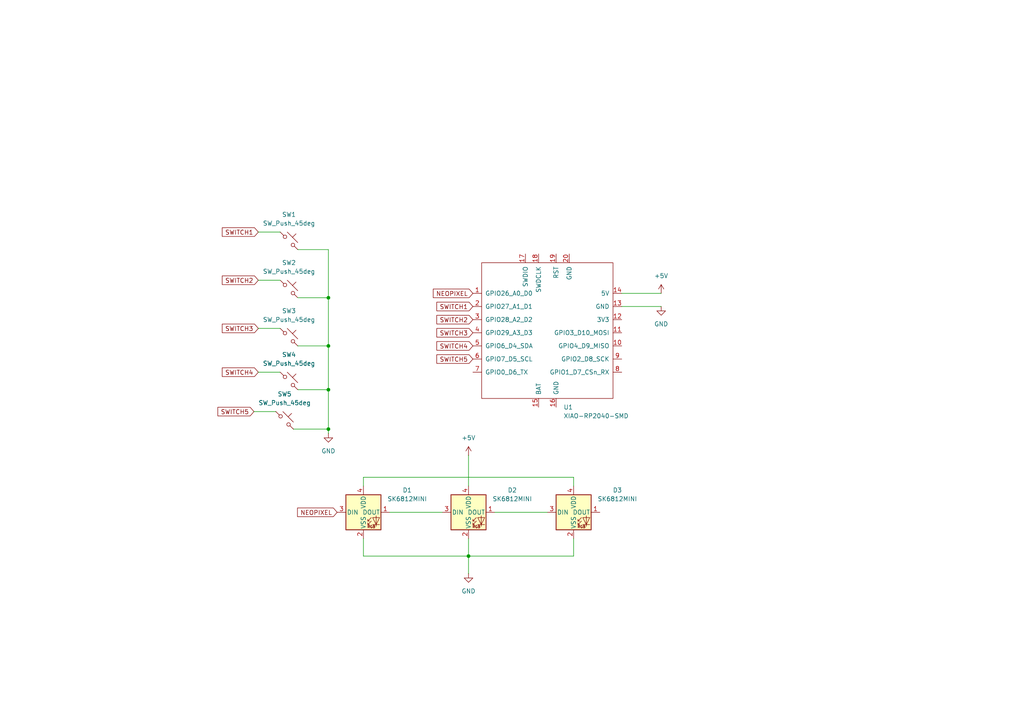
<source format=kicad_sch>
(kicad_sch (version 20250114) (generator "eeschema") (generator_version "9.0")
  (paper "A4")
  (lib_symbols
    (symbol "LED:SK6812MINI" (pin_names (offset 0.254))
      (property "Reference" "D" (at 5.08 5.715 0))
      (property "Value" "SK6812MINI" (at 1.27 -5.715 0))
      (symbol "SK6812MINI_0_0"
        (text "RGB" (at 2.286 -4.191 0) (effects (font (size 0.762 0.762))))
      )
      (symbol "SK6812MINI_0_1"
        (polyline (pts (xy 1.27 -2.54) (xy 1.778 -2.54)))
        (polyline (pts (xy 1.27 -3.556) (xy 1.778 -3.556)))
        (polyline (pts (xy 2.286 -1.524) (xy 1.27 -2.54) (xy 1.27 -2.032)))
        (polyline (pts (xy 2.286 -2.54) (xy 1.27 -3.556) (xy 1.27 -3.048)))
        (polyline (pts (xy 3.683 -1.016) (xy 3.683 -3.556) (xy 3.683 -4.064)))
        (polyline (pts (xy 4.699 -1.524) (xy 2.667 -1.524) (xy 3.683 -3.556) (xy 4.699 -1.524)))
        (polyline (pts (xy 4.699 -3.556) (xy 2.667 -3.556)))
        (rectangle (start 5.08 5.08) (end -5.08 -5.08) (stroke (width 0.254)) (fill (type background)))
      )
      (symbol "SK6812MINI_1_1"
        (pin input line (at -7.62 0 0) (length 2.54) (name "DIN") (number "3"))
        (pin power_in line (at 0 7.62 270) (length 2.54) (name "VDD") (number "4"))
        (pin power_in line (at 0 -7.62 90) (length 2.54) (name "VSS") (number "2"))
        (pin output line (at 7.62 0 180) (length 2.54) (name "DOUT") (number "1"))
      )
    )
    (symbol "Seeed_Studio_XIAO_Series:XIAO-RP2040-SMD" (pin_names (offset 1.016))
      (property "Reference" "U" (at -18.542 23.114 0))
      (property "Value" "XIAO-RP2040-SMD" (at -8.382 21.336 0))
      (symbol "XIAO-RP2040-SMD_0_1"
        (rectangle (start 19.05 -19.05) (end -19.05 20.32))
      )
      (symbol "XIAO-RP2040-SMD_1_1"
        (pin passive line (at -21.59 11.43 0) (length 2.54) (name "GPIO26_A0_D0") (number "1"))
        (pin passive line (at -21.59 7.62 0) (length 2.54) (name "GPIO27_A1_D1") (number "2"))
        (pin passive line (at -21.59 3.81 0) (length 2.54) (name "GPIO28_A2_D2") (number "3"))
        (pin passive line (at -21.59 0 0) (length 2.54) (name "GPIO29_A3_D3") (number "4"))
        (pin passive line (at -21.59 -3.81 0) (length 2.54) (name "GPIO6_D4_SDA") (number "5"))
        (pin passive line (at -21.59 -7.62 0) (length 2.54) (name "GPIO7_D5_SCL") (number "6"))
        (pin passive line (at -21.59 -11.43 0) (length 2.54) (name "GPIO0_D6_TX") (number "7"))
        (pin passive line (at -6.35 22.86 270) (length 2.54) (name "SWDIO") (number "17"))
        (pin passive line (at -2.54 22.86 270) (length 2.54) (name "SWDCLK") (number "18"))
        (pin passive line (at -2.54 -21.59 90) (length 2.54) (name "BAT") (number "15"))
        (pin passive line (at 2.54 22.86 270) (length 2.54) (name "RST") (number "19"))
        (pin passive line (at 2.54 -21.59 90) (length 2.54) (name "GND") (number "16"))
        (pin passive line (at 6.35 22.86 270) (length 2.54) (name "GND") (number "20"))
        (pin passive line (at 21.59 11.43 180) (length 2.54) (name "5V") (number "14"))
        (pin passive line (at 21.59 7.62 180) (length 2.54) (name "GND") (number "13"))
        (pin passive line (at 21.59 3.81 180) (length 2.54) (name "3V3") (number "12"))
        (pin passive line (at 21.59 0 180) (length 2.54) (name "GPIO3_D10_MOSI") (number "11"))
        (pin passive line (at 21.59 -3.81 180) (length 2.54) (name "GPIO4_D9_MISO") (number "10"))
        (pin passive line (at 21.59 -7.62 180) (length 2.54) (name "GPIO2_D8_SCK") (number "9"))
        (pin passive line (at 21.59 -11.43 180) (length 2.54) (name "GPIO1_D7_CSn_RX") (number "8"))
      )
    )
    (symbol "Switch:SW_Push_45deg" (pin_numbers (hide yes)) (pin_names (offset 1.016) (hide yes))
      (property "Reference" "SW" (at 3.048 1.016 0))
      (property "Value" "SW_Push_45deg" (at 0 -3.81 0))
      (symbol "SW_Push_45deg_0_1"
        (polyline (pts (xy -2.54 2.54) (xy -1.524 1.524) (xy -1.524 1.524)))
        (circle (center -1.1684 1.1684) (radius 0.508))
        (polyline (pts (xy -0.508 2.54) (xy 2.54 -0.508)))
        (polyline (pts (xy 1.016 1.016) (xy 2.032 2.032)))
        (circle (center 1.143 -1.1938) (radius 0.508))
        (polyline (pts (xy 1.524 -1.524) (xy 2.54 -2.54) (xy 2.54 -2.54) (xy 2.54 -2.54)))
        (pin passive line (at -2.54 2.54 0) (length 0) (name "1") (number "1"))
        (pin passive line (at 2.54 -2.54 180) (length 0) (name "2") (number "2"))
      )
    )
    (symbol "power:+5V" (power) (pin_numbers (hide yes)) (pin_names (offset 0) (hide yes))
      (property "Value" "+5V" (at 0 3.556 0))
      (symbol "+5V_0_1"
        (polyline (pts (xy -0.762 1.27) (xy 0 2.54)))
        (polyline (pts (xy 0 2.54) (xy 0.762 1.27)))
        (polyline (pts (xy 0 0) (xy 0 2.54)))
      )
      (symbol "+5V_1_1"
        (pin power_in line (at 0 0 90) (length 0) (name "~") (number "1"))
      )
    )
    (symbol "power:GND" (power) (pin_numbers (hide yes)) (pin_names (offset 0) (hide yes))
      (property "Value" "GND" (at 0 -3.81 0))
      (symbol "GND_0_1"
        (polyline (pts (xy 0 0) (xy 0 -1.27) (xy 1.27 -1.27) (xy 0 -2.54) (xy -1.27 -1.27) (xy 0 -1.27)))
      )
      (symbol "GND_1_1"
        (pin power_in line (at 0 0 270) (length 0) (name "~") (number "1"))
      )
    )
  )
  (junction (at 95.25 100.33))
  (junction (at 95.25 86.36))
  (junction (at 135.89 161.29))
  (junction (at 95.25 113.03))
  (junction (at 95.25 124.46))
  (wire (pts (xy 86.36 72.39) (xy 95.25 72.39)))
  (wire (pts (xy 95.25 86.36) (xy 95.25 100.33)))
  (wire (pts (xy 180.34 88.9) (xy 191.77 88.9)))
  (wire (pts (xy 105.41 140.97) (xy 105.41 138.43)))
  (wire (pts (xy 113.03 148.59) (xy 128.27 148.59)))
  (wire (pts (xy 180.34 85.09) (xy 191.77 85.09)))
  (wire (pts (xy 135.89 161.29) (xy 166.37 161.29)))
  (wire (pts (xy 74.93 81.28) (xy 81.28 81.28)))
  (wire (pts (xy 135.89 161.29) (xy 135.89 156.21)))
  (wire (pts (xy 74.93 67.31) (xy 81.28 67.31)))
  (wire (pts (xy 105.41 138.43) (xy 166.37 138.43)))
  (wire (pts (xy 86.36 100.33) (xy 95.25 100.33)))
  (wire (pts (xy 143.51 148.59) (xy 158.75 148.59)))
  (wire (pts (xy 135.89 132.08) (xy 135.89 140.97)))
  (wire (pts (xy 166.37 161.29) (xy 166.37 156.21)))
  (wire (pts (xy 86.36 113.03) (xy 95.25 113.03)))
  (wire (pts (xy 74.93 95.25) (xy 81.28 95.25)))
  (wire (pts (xy 73.66 119.38) (xy 80.01 119.38)))
  (wire (pts (xy 166.37 138.43) (xy 166.37 140.97)))
  (wire (pts (xy 105.41 161.29) (xy 135.89 161.29)))
  (wire (pts (xy 95.25 124.46) (xy 95.25 125.73)))
  (wire (pts (xy 95.25 113.03) (xy 95.25 124.46)))
  (wire (pts (xy 95.25 72.39) (xy 95.25 86.36)))
  (wire (pts (xy 105.41 156.21) (xy 105.41 161.29)))
  (wire (pts (xy 135.89 161.29) (xy 135.89 166.37)))
  (wire (pts (xy 74.93 107.95) (xy 81.28 107.95)))
  (wire (pts (xy 85.09 124.46) (xy 95.25 124.46)))
  (wire (pts (xy 95.25 113.03) (xy 95.25 100.33)))
  (wire (pts (xy 86.36 86.36) (xy 95.25 86.36)))
  (global_label "SWITCH1" (shape input) (at 137.16 88.9 180) (property "Intersheetrefs" "${INTERSHEET_REFS}" (effects (hide yes))))
  (global_label "SWITCH4" (shape input) (at 137.16 100.33 180) (property "Intersheetrefs" "${INTERSHEET_REFS}" (effects (hide yes))))
  (global_label "SWITCH5" (shape input) (at 137.16 104.14 180) (property "Intersheetrefs" "${INTERSHEET_REFS}" (effects (hide yes))))
  (global_label "SWITCH3" (shape input) (at 74.93 95.25 180) (property "Intersheetrefs" "${INTERSHEET_REFS}" (effects (hide yes))))
  (global_label "NEOPIXEL" (shape input) (at 97.79 148.59 180) (property "Intersheetrefs" "${INTERSHEET_REFS}" (effects (hide yes))))
  (global_label "SWITCH2" (shape input) (at 74.93 81.28 180) (property "Intersheetrefs" "${INTERSHEET_REFS}" (effects (hide yes))))
  (global_label "SWITCH2" (shape input) (at 137.16 92.71 180) (property "Intersheetrefs" "${INTERSHEET_REFS}" (effects (hide yes))))
  (global_label "SWITCH5" (shape input) (at 73.66 119.38 180) (property "Intersheetrefs" "${INTERSHEET_REFS}" (effects (hide yes))))
  (global_label "NEOPIXEL" (shape input) (at 137.16 85.09 180) (property "Intersheetrefs" "${INTERSHEET_REFS}" (effects (hide yes))))
  (global_label "SWITCH3" (shape input) (at 137.16 96.52 180) (property "Intersheetrefs" "${INTERSHEET_REFS}" (effects (hide yes))))
  (global_label "SWITCH4" (shape input) (at 74.93 107.95 180) (property "Intersheetrefs" "${INTERSHEET_REFS}" (effects (hide yes))))
  (global_label "SWITCH1" (shape input) (at 74.93 67.31 180) (property "Intersheetrefs" "${INTERSHEET_REFS}" (effects (hide yes))))
  (symbol (lib_id "Switch:SW_Push_45deg") (at 83.82 97.79 0) (unit 1)
    (property "Reference" "SW3" (at 83.82 90.17 0))
    (property "Value" "SW_Push_45deg" (at 83.82 92.71 0))
    (property "Footprint" "Button_Switch_Keyboard:SW_Cherry_MX_1.00u_PCB" (effects (hide yes)))
    (property "Description" "Push button switch, normally open, two pins, 45° tilted" (effects (hide yes)))
  )
  (symbol (lib_id "power:GND") (at 95.25 125.73 0) (unit 1)
    (property "Reference" "#PWR04" (effects (hide yes)))
    (property "Value" "GND" (at 95.25 130.81 0))
    (property "Description" "Power symbol creates a global label with name \"GND\" , ground" (effects (hide yes)))
  )
  (symbol (lib_id "Switch:SW_Push_45deg") (at 83.82 69.85 0) (unit 1)
    (property "Reference" "SW1" (at 83.82 62.23 0))
    (property "Value" "SW_Push_45deg" (at 83.82 64.77 0))
    (property "Footprint" "Button_Switch_Keyboard:SW_Cherry_MX_1.00u_PCB" (effects (hide yes)))
    (property "Description" "Push button switch, normally open, two pins, 45° tilted" (effects (hide yes)))
  )
  (symbol (lib_id "power:+5V") (at 135.89 132.08 0) (unit 1)
    (property "Reference" "#PWR05" (effects (hide yes)))
    (property "Value" "+5V" (at 135.89 127 0))
    (property "Description" "Power symbol creates a global label with name \"+5V\"" (effects (hide yes)))
  )
  (symbol (lib_id "power:GND") (at 191.77 88.9 0) (unit 1)
    (property "Reference" "#PWR02" (effects (hide yes)))
    (property "Value" "GND" (at 191.77 93.98 0))
    (property "Description" "Power symbol creates a global label with name \"GND\" , ground" (effects (hide yes)))
  )
  (symbol (lib_id "LED:SK6812MINI") (at 105.41 148.59 0) (unit 1)
    (property "Reference" "D1" (at 118.11 142.1698 0))
    (property "Value" "SK6812MINI" (at 118.11 144.7098 0))
    (property "Footprint" "LED_SMD:LED_SK6812MINI_PLCC4_3.5x3.5mm_P1.75mm" (effects (hide yes)))
    (property "Datasheet" "https://cdn-shop.adafruit.com/product-files/2686/SK6812MINI_REV.01-1-2.pdf" (effects (hide yes)))
    (property "Description" "RGB LED with integrated controller" (effects (hide yes)))
  )
  (symbol (lib_id "power:GND") (at 135.89 166.37 0) (unit 1)
    (property "Reference" "#PWR01" (effects (hide yes)))
    (property "Value" "GND" (at 135.89 171.45 0))
    (property "Description" "Power symbol creates a global label with name \"GND\" , ground" (effects (hide yes)))
  )
  (symbol (lib_id "LED:SK6812MINI") (at 166.37 148.59 0) (unit 1)
    (property "Reference" "D3" (at 179.07 142.1698 0))
    (property "Value" "SK6812MINI" (at 179.07 144.7098 0))
    (property "Footprint" "LED_SMD:LED_SK6812MINI_PLCC4_3.5x3.5mm_P1.75mm" (effects (hide yes)))
    (property "Datasheet" "https://cdn-shop.adafruit.com/product-files/2686/SK6812MINI_REV.01-1-2.pdf" (effects (hide yes)))
    (property "Description" "RGB LED with integrated controller" (effects (hide yes)))
  )
  (symbol (lib_id "Switch:SW_Push_45deg") (at 83.82 83.82 0) (unit 1)
    (property "Reference" "SW2" (at 83.82 76.2 0))
    (property "Value" "SW_Push_45deg" (at 83.82 78.74 0))
    (property "Footprint" "Button_Switch_Keyboard:SW_Cherry_MX_1.00u_PCB" (effects (hide yes)))
    (property "Description" "Push button switch, normally open, two pins, 45° tilted" (effects (hide yes)))
  )
  (symbol (lib_id "Switch:SW_Push_45deg") (at 83.82 110.49 0) (unit 1)
    (property "Reference" "SW4" (at 83.82 102.87 0))
    (property "Value" "SW_Push_45deg" (at 83.82 105.41 0))
    (property "Footprint" "Button_Switch_Keyboard:SW_Cherry_MX_1.00u_PCB" (effects (hide yes)))
    (property "Description" "Push button switch, normally open, two pins, 45° tilted" (effects (hide yes)))
  )
  (symbol (lib_id "Seeed_Studio_XIAO_Series:XIAO-RP2040-SMD") (at 158.75 96.52 0) (unit 1)
    (property "Reference" "U1" (at 163.4333 118.11 0) (effects (justify left)))
    (property "Value" "XIAO-RP2040-SMD" (at 163.4333 120.65 0) (effects (justify left)))
    (property "Footprint" "Seeed Studio XIAO Series Library:XIAO-RP2040-DIP" (effects (hide yes)))
  )
  (symbol (lib_id "Switch:SW_Push_45deg") (at 82.55 121.92 0) (unit 1)
    (property "Reference" "SW5" (at 82.55 114.3 0))
    (property "Value" "SW_Push_45deg" (at 82.55 116.84 0))
    (property "Footprint" "Button_Switch_Keyboard:SW_Cherry_MX_1.00u_PCB" (effects (hide yes)))
    (property "Description" "Push button switch, normally open, two pins, 45° tilted" (effects (hide yes)))
  )
  (symbol (lib_id "power:+5V") (at 191.77 85.09 0) (unit 1)
    (property "Reference" "#PWR03" (effects (hide yes)))
    (property "Value" "+5V" (at 191.77 80.01 0))
    (property "Description" "Power symbol creates a global label with name \"+5V\"" (effects (hide yes)))
  )
  (symbol (lib_id "LED:SK6812MINI") (at 135.89 148.59 0) (unit 1)
    (property "Reference" "D2" (at 148.59 142.1698 0))
    (property "Value" "SK6812MINI" (at 148.59 144.7098 0))
    (property "Footprint" "LED_SMD:LED_SK6812MINI_PLCC4_3.5x3.5mm_P1.75mm" (effects (hide yes)))
    (property "Datasheet" "https://cdn-shop.adafruit.com/product-files/2686/SK6812MINI_REV.01-1-2.pdf" (effects (hide yes)))
    (property "Description" "RGB LED with integrated controller" (effects (hide yes)))
  )
)
</source>
